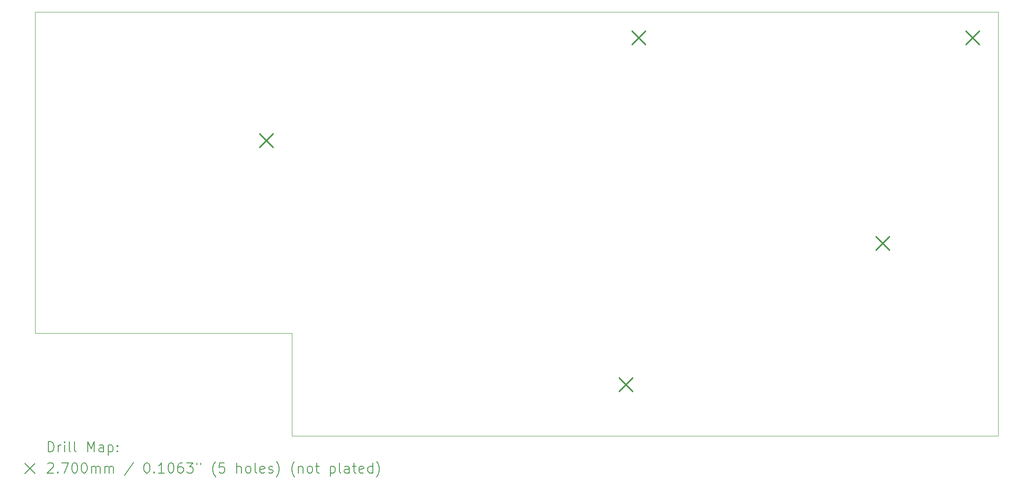
<source format=gbr>
%TF.GenerationSoftware,KiCad,Pcbnew,7.0.10*%
%TF.CreationDate,2024-03-06T13:01:43-05:00*%
%TF.ProjectId,PCB_Main_Final,5043425f-4d61-4696-9e5f-46696e616c2e,rev?*%
%TF.SameCoordinates,Original*%
%TF.FileFunction,Drillmap*%
%TF.FilePolarity,Positive*%
%FSLAX45Y45*%
G04 Gerber Fmt 4.5, Leading zero omitted, Abs format (unit mm)*
G04 Created by KiCad (PCBNEW 7.0.10) date 2024-03-06 13:01:43*
%MOMM*%
%LPD*%
G01*
G04 APERTURE LIST*
%ADD10C,0.100000*%
%ADD11C,0.200000*%
%ADD12C,0.270000*%
G04 APERTURE END LIST*
D10*
X23368000Y-4826000D02*
X4318000Y-4826000D01*
X23368000Y-13208000D02*
X23368000Y-11176000D01*
X9398000Y-13208000D02*
X15748000Y-13208000D01*
X15748000Y-13208000D02*
X23368000Y-13208000D01*
X9398000Y-11176000D02*
X9398000Y-13208000D01*
X23368000Y-11176000D02*
X23368000Y-4826000D01*
X4318000Y-4826000D02*
X4318000Y-11176000D01*
X4318000Y-11176000D02*
X9398000Y-11176000D01*
D11*
D12*
X8755000Y-7231000D02*
X9025000Y-7501000D01*
X9025000Y-7231000D02*
X8755000Y-7501000D01*
X15867000Y-12057000D02*
X16137000Y-12327000D01*
X16137000Y-12057000D02*
X15867000Y-12327000D01*
X16121000Y-5199000D02*
X16391000Y-5469000D01*
X16391000Y-5199000D02*
X16121000Y-5469000D01*
X20947000Y-9263000D02*
X21217000Y-9533000D01*
X21217000Y-9263000D02*
X20947000Y-9533000D01*
X22725000Y-5199000D02*
X22995000Y-5469000D01*
X22995000Y-5199000D02*
X22725000Y-5469000D01*
D11*
X4573777Y-13524484D02*
X4573777Y-13324484D01*
X4573777Y-13324484D02*
X4621396Y-13324484D01*
X4621396Y-13324484D02*
X4649967Y-13334008D01*
X4649967Y-13334008D02*
X4669015Y-13353055D01*
X4669015Y-13353055D02*
X4678539Y-13372103D01*
X4678539Y-13372103D02*
X4688063Y-13410198D01*
X4688063Y-13410198D02*
X4688063Y-13438769D01*
X4688063Y-13438769D02*
X4678539Y-13476865D01*
X4678539Y-13476865D02*
X4669015Y-13495912D01*
X4669015Y-13495912D02*
X4649967Y-13514960D01*
X4649967Y-13514960D02*
X4621396Y-13524484D01*
X4621396Y-13524484D02*
X4573777Y-13524484D01*
X4773777Y-13524484D02*
X4773777Y-13391150D01*
X4773777Y-13429246D02*
X4783301Y-13410198D01*
X4783301Y-13410198D02*
X4792824Y-13400674D01*
X4792824Y-13400674D02*
X4811872Y-13391150D01*
X4811872Y-13391150D02*
X4830920Y-13391150D01*
X4897586Y-13524484D02*
X4897586Y-13391150D01*
X4897586Y-13324484D02*
X4888063Y-13334008D01*
X4888063Y-13334008D02*
X4897586Y-13343531D01*
X4897586Y-13343531D02*
X4907110Y-13334008D01*
X4907110Y-13334008D02*
X4897586Y-13324484D01*
X4897586Y-13324484D02*
X4897586Y-13343531D01*
X5021396Y-13524484D02*
X5002348Y-13514960D01*
X5002348Y-13514960D02*
X4992824Y-13495912D01*
X4992824Y-13495912D02*
X4992824Y-13324484D01*
X5126158Y-13524484D02*
X5107110Y-13514960D01*
X5107110Y-13514960D02*
X5097586Y-13495912D01*
X5097586Y-13495912D02*
X5097586Y-13324484D01*
X5354729Y-13524484D02*
X5354729Y-13324484D01*
X5354729Y-13324484D02*
X5421396Y-13467341D01*
X5421396Y-13467341D02*
X5488063Y-13324484D01*
X5488063Y-13324484D02*
X5488063Y-13524484D01*
X5669015Y-13524484D02*
X5669015Y-13419722D01*
X5669015Y-13419722D02*
X5659491Y-13400674D01*
X5659491Y-13400674D02*
X5640443Y-13391150D01*
X5640443Y-13391150D02*
X5602348Y-13391150D01*
X5602348Y-13391150D02*
X5583301Y-13400674D01*
X5669015Y-13514960D02*
X5649967Y-13524484D01*
X5649967Y-13524484D02*
X5602348Y-13524484D01*
X5602348Y-13524484D02*
X5583301Y-13514960D01*
X5583301Y-13514960D02*
X5573777Y-13495912D01*
X5573777Y-13495912D02*
X5573777Y-13476865D01*
X5573777Y-13476865D02*
X5583301Y-13457817D01*
X5583301Y-13457817D02*
X5602348Y-13448293D01*
X5602348Y-13448293D02*
X5649967Y-13448293D01*
X5649967Y-13448293D02*
X5669015Y-13438769D01*
X5764253Y-13391150D02*
X5764253Y-13591150D01*
X5764253Y-13400674D02*
X5783301Y-13391150D01*
X5783301Y-13391150D02*
X5821396Y-13391150D01*
X5821396Y-13391150D02*
X5840443Y-13400674D01*
X5840443Y-13400674D02*
X5849967Y-13410198D01*
X5849967Y-13410198D02*
X5859491Y-13429246D01*
X5859491Y-13429246D02*
X5859491Y-13486388D01*
X5859491Y-13486388D02*
X5849967Y-13505436D01*
X5849967Y-13505436D02*
X5840443Y-13514960D01*
X5840443Y-13514960D02*
X5821396Y-13524484D01*
X5821396Y-13524484D02*
X5783301Y-13524484D01*
X5783301Y-13524484D02*
X5764253Y-13514960D01*
X5945205Y-13505436D02*
X5954729Y-13514960D01*
X5954729Y-13514960D02*
X5945205Y-13524484D01*
X5945205Y-13524484D02*
X5935682Y-13514960D01*
X5935682Y-13514960D02*
X5945205Y-13505436D01*
X5945205Y-13505436D02*
X5945205Y-13524484D01*
X5945205Y-13400674D02*
X5954729Y-13410198D01*
X5954729Y-13410198D02*
X5945205Y-13419722D01*
X5945205Y-13419722D02*
X5935682Y-13410198D01*
X5935682Y-13410198D02*
X5945205Y-13400674D01*
X5945205Y-13400674D02*
X5945205Y-13419722D01*
X4113000Y-13753000D02*
X4313000Y-13953000D01*
X4313000Y-13753000D02*
X4113000Y-13953000D01*
X4564253Y-13763531D02*
X4573777Y-13754008D01*
X4573777Y-13754008D02*
X4592824Y-13744484D01*
X4592824Y-13744484D02*
X4640444Y-13744484D01*
X4640444Y-13744484D02*
X4659491Y-13754008D01*
X4659491Y-13754008D02*
X4669015Y-13763531D01*
X4669015Y-13763531D02*
X4678539Y-13782579D01*
X4678539Y-13782579D02*
X4678539Y-13801627D01*
X4678539Y-13801627D02*
X4669015Y-13830198D01*
X4669015Y-13830198D02*
X4554729Y-13944484D01*
X4554729Y-13944484D02*
X4678539Y-13944484D01*
X4764253Y-13925436D02*
X4773777Y-13934960D01*
X4773777Y-13934960D02*
X4764253Y-13944484D01*
X4764253Y-13944484D02*
X4754729Y-13934960D01*
X4754729Y-13934960D02*
X4764253Y-13925436D01*
X4764253Y-13925436D02*
X4764253Y-13944484D01*
X4840444Y-13744484D02*
X4973777Y-13744484D01*
X4973777Y-13744484D02*
X4888063Y-13944484D01*
X5088063Y-13744484D02*
X5107110Y-13744484D01*
X5107110Y-13744484D02*
X5126158Y-13754008D01*
X5126158Y-13754008D02*
X5135682Y-13763531D01*
X5135682Y-13763531D02*
X5145205Y-13782579D01*
X5145205Y-13782579D02*
X5154729Y-13820674D01*
X5154729Y-13820674D02*
X5154729Y-13868293D01*
X5154729Y-13868293D02*
X5145205Y-13906388D01*
X5145205Y-13906388D02*
X5135682Y-13925436D01*
X5135682Y-13925436D02*
X5126158Y-13934960D01*
X5126158Y-13934960D02*
X5107110Y-13944484D01*
X5107110Y-13944484D02*
X5088063Y-13944484D01*
X5088063Y-13944484D02*
X5069015Y-13934960D01*
X5069015Y-13934960D02*
X5059491Y-13925436D01*
X5059491Y-13925436D02*
X5049967Y-13906388D01*
X5049967Y-13906388D02*
X5040444Y-13868293D01*
X5040444Y-13868293D02*
X5040444Y-13820674D01*
X5040444Y-13820674D02*
X5049967Y-13782579D01*
X5049967Y-13782579D02*
X5059491Y-13763531D01*
X5059491Y-13763531D02*
X5069015Y-13754008D01*
X5069015Y-13754008D02*
X5088063Y-13744484D01*
X5278539Y-13744484D02*
X5297586Y-13744484D01*
X5297586Y-13744484D02*
X5316634Y-13754008D01*
X5316634Y-13754008D02*
X5326158Y-13763531D01*
X5326158Y-13763531D02*
X5335682Y-13782579D01*
X5335682Y-13782579D02*
X5345205Y-13820674D01*
X5345205Y-13820674D02*
X5345205Y-13868293D01*
X5345205Y-13868293D02*
X5335682Y-13906388D01*
X5335682Y-13906388D02*
X5326158Y-13925436D01*
X5326158Y-13925436D02*
X5316634Y-13934960D01*
X5316634Y-13934960D02*
X5297586Y-13944484D01*
X5297586Y-13944484D02*
X5278539Y-13944484D01*
X5278539Y-13944484D02*
X5259491Y-13934960D01*
X5259491Y-13934960D02*
X5249967Y-13925436D01*
X5249967Y-13925436D02*
X5240444Y-13906388D01*
X5240444Y-13906388D02*
X5230920Y-13868293D01*
X5230920Y-13868293D02*
X5230920Y-13820674D01*
X5230920Y-13820674D02*
X5240444Y-13782579D01*
X5240444Y-13782579D02*
X5249967Y-13763531D01*
X5249967Y-13763531D02*
X5259491Y-13754008D01*
X5259491Y-13754008D02*
X5278539Y-13744484D01*
X5430920Y-13944484D02*
X5430920Y-13811150D01*
X5430920Y-13830198D02*
X5440444Y-13820674D01*
X5440444Y-13820674D02*
X5459491Y-13811150D01*
X5459491Y-13811150D02*
X5488063Y-13811150D01*
X5488063Y-13811150D02*
X5507110Y-13820674D01*
X5507110Y-13820674D02*
X5516634Y-13839722D01*
X5516634Y-13839722D02*
X5516634Y-13944484D01*
X5516634Y-13839722D02*
X5526158Y-13820674D01*
X5526158Y-13820674D02*
X5545205Y-13811150D01*
X5545205Y-13811150D02*
X5573777Y-13811150D01*
X5573777Y-13811150D02*
X5592824Y-13820674D01*
X5592824Y-13820674D02*
X5602348Y-13839722D01*
X5602348Y-13839722D02*
X5602348Y-13944484D01*
X5697586Y-13944484D02*
X5697586Y-13811150D01*
X5697586Y-13830198D02*
X5707110Y-13820674D01*
X5707110Y-13820674D02*
X5726158Y-13811150D01*
X5726158Y-13811150D02*
X5754729Y-13811150D01*
X5754729Y-13811150D02*
X5773777Y-13820674D01*
X5773777Y-13820674D02*
X5783301Y-13839722D01*
X5783301Y-13839722D02*
X5783301Y-13944484D01*
X5783301Y-13839722D02*
X5792824Y-13820674D01*
X5792824Y-13820674D02*
X5811872Y-13811150D01*
X5811872Y-13811150D02*
X5840443Y-13811150D01*
X5840443Y-13811150D02*
X5859491Y-13820674D01*
X5859491Y-13820674D02*
X5869015Y-13839722D01*
X5869015Y-13839722D02*
X5869015Y-13944484D01*
X6259491Y-13734960D02*
X6088063Y-13992103D01*
X6516634Y-13744484D02*
X6535682Y-13744484D01*
X6535682Y-13744484D02*
X6554729Y-13754008D01*
X6554729Y-13754008D02*
X6564253Y-13763531D01*
X6564253Y-13763531D02*
X6573777Y-13782579D01*
X6573777Y-13782579D02*
X6583301Y-13820674D01*
X6583301Y-13820674D02*
X6583301Y-13868293D01*
X6583301Y-13868293D02*
X6573777Y-13906388D01*
X6573777Y-13906388D02*
X6564253Y-13925436D01*
X6564253Y-13925436D02*
X6554729Y-13934960D01*
X6554729Y-13934960D02*
X6535682Y-13944484D01*
X6535682Y-13944484D02*
X6516634Y-13944484D01*
X6516634Y-13944484D02*
X6497586Y-13934960D01*
X6497586Y-13934960D02*
X6488063Y-13925436D01*
X6488063Y-13925436D02*
X6478539Y-13906388D01*
X6478539Y-13906388D02*
X6469015Y-13868293D01*
X6469015Y-13868293D02*
X6469015Y-13820674D01*
X6469015Y-13820674D02*
X6478539Y-13782579D01*
X6478539Y-13782579D02*
X6488063Y-13763531D01*
X6488063Y-13763531D02*
X6497586Y-13754008D01*
X6497586Y-13754008D02*
X6516634Y-13744484D01*
X6669015Y-13925436D02*
X6678539Y-13934960D01*
X6678539Y-13934960D02*
X6669015Y-13944484D01*
X6669015Y-13944484D02*
X6659491Y-13934960D01*
X6659491Y-13934960D02*
X6669015Y-13925436D01*
X6669015Y-13925436D02*
X6669015Y-13944484D01*
X6869015Y-13944484D02*
X6754729Y-13944484D01*
X6811872Y-13944484D02*
X6811872Y-13744484D01*
X6811872Y-13744484D02*
X6792825Y-13773055D01*
X6792825Y-13773055D02*
X6773777Y-13792103D01*
X6773777Y-13792103D02*
X6754729Y-13801627D01*
X6992825Y-13744484D02*
X7011872Y-13744484D01*
X7011872Y-13744484D02*
X7030920Y-13754008D01*
X7030920Y-13754008D02*
X7040444Y-13763531D01*
X7040444Y-13763531D02*
X7049967Y-13782579D01*
X7049967Y-13782579D02*
X7059491Y-13820674D01*
X7059491Y-13820674D02*
X7059491Y-13868293D01*
X7059491Y-13868293D02*
X7049967Y-13906388D01*
X7049967Y-13906388D02*
X7040444Y-13925436D01*
X7040444Y-13925436D02*
X7030920Y-13934960D01*
X7030920Y-13934960D02*
X7011872Y-13944484D01*
X7011872Y-13944484D02*
X6992825Y-13944484D01*
X6992825Y-13944484D02*
X6973777Y-13934960D01*
X6973777Y-13934960D02*
X6964253Y-13925436D01*
X6964253Y-13925436D02*
X6954729Y-13906388D01*
X6954729Y-13906388D02*
X6945206Y-13868293D01*
X6945206Y-13868293D02*
X6945206Y-13820674D01*
X6945206Y-13820674D02*
X6954729Y-13782579D01*
X6954729Y-13782579D02*
X6964253Y-13763531D01*
X6964253Y-13763531D02*
X6973777Y-13754008D01*
X6973777Y-13754008D02*
X6992825Y-13744484D01*
X7230920Y-13744484D02*
X7192825Y-13744484D01*
X7192825Y-13744484D02*
X7173777Y-13754008D01*
X7173777Y-13754008D02*
X7164253Y-13763531D01*
X7164253Y-13763531D02*
X7145206Y-13792103D01*
X7145206Y-13792103D02*
X7135682Y-13830198D01*
X7135682Y-13830198D02*
X7135682Y-13906388D01*
X7135682Y-13906388D02*
X7145206Y-13925436D01*
X7145206Y-13925436D02*
X7154729Y-13934960D01*
X7154729Y-13934960D02*
X7173777Y-13944484D01*
X7173777Y-13944484D02*
X7211872Y-13944484D01*
X7211872Y-13944484D02*
X7230920Y-13934960D01*
X7230920Y-13934960D02*
X7240444Y-13925436D01*
X7240444Y-13925436D02*
X7249967Y-13906388D01*
X7249967Y-13906388D02*
X7249967Y-13858769D01*
X7249967Y-13858769D02*
X7240444Y-13839722D01*
X7240444Y-13839722D02*
X7230920Y-13830198D01*
X7230920Y-13830198D02*
X7211872Y-13820674D01*
X7211872Y-13820674D02*
X7173777Y-13820674D01*
X7173777Y-13820674D02*
X7154729Y-13830198D01*
X7154729Y-13830198D02*
X7145206Y-13839722D01*
X7145206Y-13839722D02*
X7135682Y-13858769D01*
X7316634Y-13744484D02*
X7440444Y-13744484D01*
X7440444Y-13744484D02*
X7373777Y-13820674D01*
X7373777Y-13820674D02*
X7402348Y-13820674D01*
X7402348Y-13820674D02*
X7421396Y-13830198D01*
X7421396Y-13830198D02*
X7430920Y-13839722D01*
X7430920Y-13839722D02*
X7440444Y-13858769D01*
X7440444Y-13858769D02*
X7440444Y-13906388D01*
X7440444Y-13906388D02*
X7430920Y-13925436D01*
X7430920Y-13925436D02*
X7421396Y-13934960D01*
X7421396Y-13934960D02*
X7402348Y-13944484D01*
X7402348Y-13944484D02*
X7345206Y-13944484D01*
X7345206Y-13944484D02*
X7326158Y-13934960D01*
X7326158Y-13934960D02*
X7316634Y-13925436D01*
X7516634Y-13744484D02*
X7516634Y-13782579D01*
X7592825Y-13744484D02*
X7592825Y-13782579D01*
X7888063Y-14020674D02*
X7878539Y-14011150D01*
X7878539Y-14011150D02*
X7859491Y-13982579D01*
X7859491Y-13982579D02*
X7849968Y-13963531D01*
X7849968Y-13963531D02*
X7840444Y-13934960D01*
X7840444Y-13934960D02*
X7830920Y-13887341D01*
X7830920Y-13887341D02*
X7830920Y-13849246D01*
X7830920Y-13849246D02*
X7840444Y-13801627D01*
X7840444Y-13801627D02*
X7849968Y-13773055D01*
X7849968Y-13773055D02*
X7859491Y-13754008D01*
X7859491Y-13754008D02*
X7878539Y-13725436D01*
X7878539Y-13725436D02*
X7888063Y-13715912D01*
X8059491Y-13744484D02*
X7964253Y-13744484D01*
X7964253Y-13744484D02*
X7954729Y-13839722D01*
X7954729Y-13839722D02*
X7964253Y-13830198D01*
X7964253Y-13830198D02*
X7983301Y-13820674D01*
X7983301Y-13820674D02*
X8030920Y-13820674D01*
X8030920Y-13820674D02*
X8049968Y-13830198D01*
X8049968Y-13830198D02*
X8059491Y-13839722D01*
X8059491Y-13839722D02*
X8069015Y-13858769D01*
X8069015Y-13858769D02*
X8069015Y-13906388D01*
X8069015Y-13906388D02*
X8059491Y-13925436D01*
X8059491Y-13925436D02*
X8049968Y-13934960D01*
X8049968Y-13934960D02*
X8030920Y-13944484D01*
X8030920Y-13944484D02*
X7983301Y-13944484D01*
X7983301Y-13944484D02*
X7964253Y-13934960D01*
X7964253Y-13934960D02*
X7954729Y-13925436D01*
X8307110Y-13944484D02*
X8307110Y-13744484D01*
X8392825Y-13944484D02*
X8392825Y-13839722D01*
X8392825Y-13839722D02*
X8383301Y-13820674D01*
X8383301Y-13820674D02*
X8364253Y-13811150D01*
X8364253Y-13811150D02*
X8335682Y-13811150D01*
X8335682Y-13811150D02*
X8316634Y-13820674D01*
X8316634Y-13820674D02*
X8307110Y-13830198D01*
X8516634Y-13944484D02*
X8497587Y-13934960D01*
X8497587Y-13934960D02*
X8488063Y-13925436D01*
X8488063Y-13925436D02*
X8478539Y-13906388D01*
X8478539Y-13906388D02*
X8478539Y-13849246D01*
X8478539Y-13849246D02*
X8488063Y-13830198D01*
X8488063Y-13830198D02*
X8497587Y-13820674D01*
X8497587Y-13820674D02*
X8516634Y-13811150D01*
X8516634Y-13811150D02*
X8545206Y-13811150D01*
X8545206Y-13811150D02*
X8564253Y-13820674D01*
X8564253Y-13820674D02*
X8573777Y-13830198D01*
X8573777Y-13830198D02*
X8583301Y-13849246D01*
X8583301Y-13849246D02*
X8583301Y-13906388D01*
X8583301Y-13906388D02*
X8573777Y-13925436D01*
X8573777Y-13925436D02*
X8564253Y-13934960D01*
X8564253Y-13934960D02*
X8545206Y-13944484D01*
X8545206Y-13944484D02*
X8516634Y-13944484D01*
X8697587Y-13944484D02*
X8678539Y-13934960D01*
X8678539Y-13934960D02*
X8669015Y-13915912D01*
X8669015Y-13915912D02*
X8669015Y-13744484D01*
X8849968Y-13934960D02*
X8830920Y-13944484D01*
X8830920Y-13944484D02*
X8792825Y-13944484D01*
X8792825Y-13944484D02*
X8773777Y-13934960D01*
X8773777Y-13934960D02*
X8764253Y-13915912D01*
X8764253Y-13915912D02*
X8764253Y-13839722D01*
X8764253Y-13839722D02*
X8773777Y-13820674D01*
X8773777Y-13820674D02*
X8792825Y-13811150D01*
X8792825Y-13811150D02*
X8830920Y-13811150D01*
X8830920Y-13811150D02*
X8849968Y-13820674D01*
X8849968Y-13820674D02*
X8859492Y-13839722D01*
X8859492Y-13839722D02*
X8859492Y-13858769D01*
X8859492Y-13858769D02*
X8764253Y-13877817D01*
X8935682Y-13934960D02*
X8954730Y-13944484D01*
X8954730Y-13944484D02*
X8992825Y-13944484D01*
X8992825Y-13944484D02*
X9011873Y-13934960D01*
X9011873Y-13934960D02*
X9021396Y-13915912D01*
X9021396Y-13915912D02*
X9021396Y-13906388D01*
X9021396Y-13906388D02*
X9011873Y-13887341D01*
X9011873Y-13887341D02*
X8992825Y-13877817D01*
X8992825Y-13877817D02*
X8964253Y-13877817D01*
X8964253Y-13877817D02*
X8945206Y-13868293D01*
X8945206Y-13868293D02*
X8935682Y-13849246D01*
X8935682Y-13849246D02*
X8935682Y-13839722D01*
X8935682Y-13839722D02*
X8945206Y-13820674D01*
X8945206Y-13820674D02*
X8964253Y-13811150D01*
X8964253Y-13811150D02*
X8992825Y-13811150D01*
X8992825Y-13811150D02*
X9011873Y-13820674D01*
X9088063Y-14020674D02*
X9097587Y-14011150D01*
X9097587Y-14011150D02*
X9116634Y-13982579D01*
X9116634Y-13982579D02*
X9126158Y-13963531D01*
X9126158Y-13963531D02*
X9135682Y-13934960D01*
X9135682Y-13934960D02*
X9145206Y-13887341D01*
X9145206Y-13887341D02*
X9145206Y-13849246D01*
X9145206Y-13849246D02*
X9135682Y-13801627D01*
X9135682Y-13801627D02*
X9126158Y-13773055D01*
X9126158Y-13773055D02*
X9116634Y-13754008D01*
X9116634Y-13754008D02*
X9097587Y-13725436D01*
X9097587Y-13725436D02*
X9088063Y-13715912D01*
X9449968Y-14020674D02*
X9440444Y-14011150D01*
X9440444Y-14011150D02*
X9421396Y-13982579D01*
X9421396Y-13982579D02*
X9411873Y-13963531D01*
X9411873Y-13963531D02*
X9402349Y-13934960D01*
X9402349Y-13934960D02*
X9392825Y-13887341D01*
X9392825Y-13887341D02*
X9392825Y-13849246D01*
X9392825Y-13849246D02*
X9402349Y-13801627D01*
X9402349Y-13801627D02*
X9411873Y-13773055D01*
X9411873Y-13773055D02*
X9421396Y-13754008D01*
X9421396Y-13754008D02*
X9440444Y-13725436D01*
X9440444Y-13725436D02*
X9449968Y-13715912D01*
X9526158Y-13811150D02*
X9526158Y-13944484D01*
X9526158Y-13830198D02*
X9535682Y-13820674D01*
X9535682Y-13820674D02*
X9554730Y-13811150D01*
X9554730Y-13811150D02*
X9583301Y-13811150D01*
X9583301Y-13811150D02*
X9602349Y-13820674D01*
X9602349Y-13820674D02*
X9611873Y-13839722D01*
X9611873Y-13839722D02*
X9611873Y-13944484D01*
X9735682Y-13944484D02*
X9716634Y-13934960D01*
X9716634Y-13934960D02*
X9707111Y-13925436D01*
X9707111Y-13925436D02*
X9697587Y-13906388D01*
X9697587Y-13906388D02*
X9697587Y-13849246D01*
X9697587Y-13849246D02*
X9707111Y-13830198D01*
X9707111Y-13830198D02*
X9716634Y-13820674D01*
X9716634Y-13820674D02*
X9735682Y-13811150D01*
X9735682Y-13811150D02*
X9764254Y-13811150D01*
X9764254Y-13811150D02*
X9783301Y-13820674D01*
X9783301Y-13820674D02*
X9792825Y-13830198D01*
X9792825Y-13830198D02*
X9802349Y-13849246D01*
X9802349Y-13849246D02*
X9802349Y-13906388D01*
X9802349Y-13906388D02*
X9792825Y-13925436D01*
X9792825Y-13925436D02*
X9783301Y-13934960D01*
X9783301Y-13934960D02*
X9764254Y-13944484D01*
X9764254Y-13944484D02*
X9735682Y-13944484D01*
X9859492Y-13811150D02*
X9935682Y-13811150D01*
X9888063Y-13744484D02*
X9888063Y-13915912D01*
X9888063Y-13915912D02*
X9897587Y-13934960D01*
X9897587Y-13934960D02*
X9916634Y-13944484D01*
X9916634Y-13944484D02*
X9935682Y-13944484D01*
X10154730Y-13811150D02*
X10154730Y-14011150D01*
X10154730Y-13820674D02*
X10173777Y-13811150D01*
X10173777Y-13811150D02*
X10211873Y-13811150D01*
X10211873Y-13811150D02*
X10230920Y-13820674D01*
X10230920Y-13820674D02*
X10240444Y-13830198D01*
X10240444Y-13830198D02*
X10249968Y-13849246D01*
X10249968Y-13849246D02*
X10249968Y-13906388D01*
X10249968Y-13906388D02*
X10240444Y-13925436D01*
X10240444Y-13925436D02*
X10230920Y-13934960D01*
X10230920Y-13934960D02*
X10211873Y-13944484D01*
X10211873Y-13944484D02*
X10173777Y-13944484D01*
X10173777Y-13944484D02*
X10154730Y-13934960D01*
X10364254Y-13944484D02*
X10345206Y-13934960D01*
X10345206Y-13934960D02*
X10335682Y-13915912D01*
X10335682Y-13915912D02*
X10335682Y-13744484D01*
X10526158Y-13944484D02*
X10526158Y-13839722D01*
X10526158Y-13839722D02*
X10516635Y-13820674D01*
X10516635Y-13820674D02*
X10497587Y-13811150D01*
X10497587Y-13811150D02*
X10459492Y-13811150D01*
X10459492Y-13811150D02*
X10440444Y-13820674D01*
X10526158Y-13934960D02*
X10507111Y-13944484D01*
X10507111Y-13944484D02*
X10459492Y-13944484D01*
X10459492Y-13944484D02*
X10440444Y-13934960D01*
X10440444Y-13934960D02*
X10430920Y-13915912D01*
X10430920Y-13915912D02*
X10430920Y-13896865D01*
X10430920Y-13896865D02*
X10440444Y-13877817D01*
X10440444Y-13877817D02*
X10459492Y-13868293D01*
X10459492Y-13868293D02*
X10507111Y-13868293D01*
X10507111Y-13868293D02*
X10526158Y-13858769D01*
X10592825Y-13811150D02*
X10669015Y-13811150D01*
X10621396Y-13744484D02*
X10621396Y-13915912D01*
X10621396Y-13915912D02*
X10630920Y-13934960D01*
X10630920Y-13934960D02*
X10649968Y-13944484D01*
X10649968Y-13944484D02*
X10669015Y-13944484D01*
X10811873Y-13934960D02*
X10792825Y-13944484D01*
X10792825Y-13944484D02*
X10754730Y-13944484D01*
X10754730Y-13944484D02*
X10735682Y-13934960D01*
X10735682Y-13934960D02*
X10726158Y-13915912D01*
X10726158Y-13915912D02*
X10726158Y-13839722D01*
X10726158Y-13839722D02*
X10735682Y-13820674D01*
X10735682Y-13820674D02*
X10754730Y-13811150D01*
X10754730Y-13811150D02*
X10792825Y-13811150D01*
X10792825Y-13811150D02*
X10811873Y-13820674D01*
X10811873Y-13820674D02*
X10821396Y-13839722D01*
X10821396Y-13839722D02*
X10821396Y-13858769D01*
X10821396Y-13858769D02*
X10726158Y-13877817D01*
X10992825Y-13944484D02*
X10992825Y-13744484D01*
X10992825Y-13934960D02*
X10973777Y-13944484D01*
X10973777Y-13944484D02*
X10935682Y-13944484D01*
X10935682Y-13944484D02*
X10916635Y-13934960D01*
X10916635Y-13934960D02*
X10907111Y-13925436D01*
X10907111Y-13925436D02*
X10897587Y-13906388D01*
X10897587Y-13906388D02*
X10897587Y-13849246D01*
X10897587Y-13849246D02*
X10907111Y-13830198D01*
X10907111Y-13830198D02*
X10916635Y-13820674D01*
X10916635Y-13820674D02*
X10935682Y-13811150D01*
X10935682Y-13811150D02*
X10973777Y-13811150D01*
X10973777Y-13811150D02*
X10992825Y-13820674D01*
X11069016Y-14020674D02*
X11078539Y-14011150D01*
X11078539Y-14011150D02*
X11097587Y-13982579D01*
X11097587Y-13982579D02*
X11107111Y-13963531D01*
X11107111Y-13963531D02*
X11116635Y-13934960D01*
X11116635Y-13934960D02*
X11126158Y-13887341D01*
X11126158Y-13887341D02*
X11126158Y-13849246D01*
X11126158Y-13849246D02*
X11116635Y-13801627D01*
X11116635Y-13801627D02*
X11107111Y-13773055D01*
X11107111Y-13773055D02*
X11097587Y-13754008D01*
X11097587Y-13754008D02*
X11078539Y-13725436D01*
X11078539Y-13725436D02*
X11069016Y-13715912D01*
M02*

</source>
